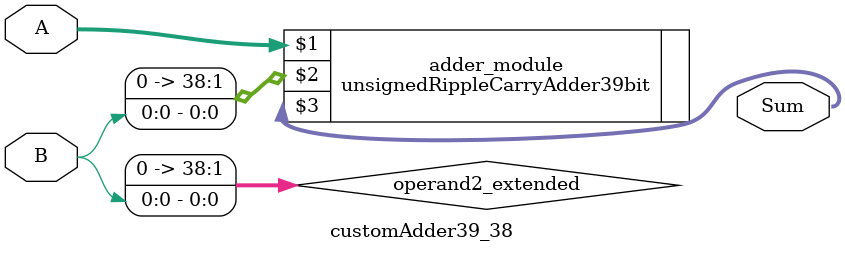
<source format=v>
module customAdder39_38(
                        input [38 : 0] A,
                        input [0 : 0] B,
                        
                        output [39 : 0] Sum
                );

        wire [38 : 0] operand2_extended;
        
        assign operand2_extended =  {38'b0, B};
        
        unsignedRippleCarryAdder39bit adder_module(
            A,
            operand2_extended,
            Sum
        );
        
        endmodule
        
</source>
